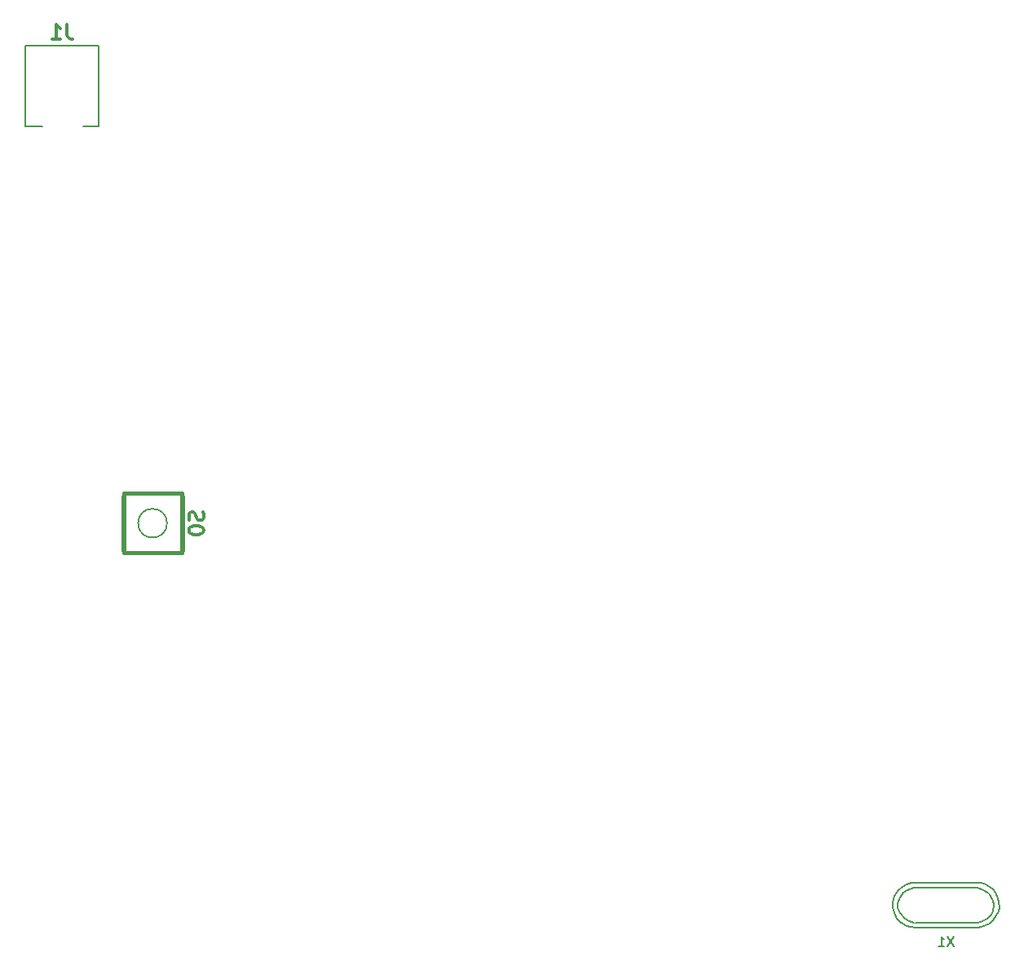
<source format=gbo>
G04 #@! TF.FileFunction,Legend,Bot*
%FSLAX46Y46*%
G04 Gerber Fmt 4.6, Leading zero omitted, Abs format (unit mm)*
G04 Created by KiCad (PCBNEW 4.0.2-stable) date Tuesday, August 23, 2016 'AMt' 01:09:47 AM*
%MOMM*%
G01*
G04 APERTURE LIST*
%ADD10C,0.020000*%
%ADD11C,0.200660*%
%ADD12C,0.381000*%
%ADD13C,0.150000*%
%ADD14C,0.304800*%
G04 APERTURE END LIST*
D10*
D11*
X139725400Y-159359600D02*
X141376400Y-159359600D01*
X141376400Y-159359600D02*
X141376400Y-150977600D01*
X141376400Y-150977600D02*
X133756400Y-150977600D01*
X133756400Y-150977600D02*
X133756400Y-159359600D01*
X133756400Y-159359600D02*
X135534400Y-159359600D01*
X148465540Y-200609200D02*
G75*
G03X148465540Y-200609200I-1501140J0D01*
G01*
D12*
X143865600Y-203408280D02*
X143865600Y-197810120D01*
X150063200Y-203408280D02*
X150063200Y-197810120D01*
X149964140Y-203708000D02*
X149964140Y-197510400D01*
X149964140Y-197510400D02*
X143964660Y-197510400D01*
X143964660Y-197510400D02*
X143964660Y-203708000D01*
X143964660Y-203708000D02*
X149964140Y-203708000D01*
D13*
X234061000Y-241284760D02*
X234261660Y-240883440D01*
X234261660Y-240883440D02*
X234363260Y-240284000D01*
X234363260Y-240284000D02*
X234261660Y-239783620D01*
X234261660Y-239783620D02*
X233862880Y-239085120D01*
X233862880Y-239085120D02*
X233260900Y-238683800D01*
X233260900Y-238683800D02*
X232661460Y-238483140D01*
X232661460Y-238483140D02*
X226062540Y-238483140D01*
X226062540Y-238483140D02*
X225361500Y-238683800D01*
X225361500Y-238683800D02*
X224962720Y-238983520D01*
X224962720Y-238983520D02*
X224561400Y-239483900D01*
X224561400Y-239483900D02*
X224360740Y-240083340D01*
X224360740Y-240083340D02*
X224360740Y-240583720D01*
X224360740Y-240583720D02*
X224561400Y-241084100D01*
X224561400Y-241084100D02*
X225061780Y-241683540D01*
X225061780Y-241683540D02*
X225562160Y-241983260D01*
X225562160Y-241983260D02*
X226062540Y-242084860D01*
X226161600Y-242084860D02*
X232763060Y-242084860D01*
X232763060Y-242084860D02*
X233161840Y-241983260D01*
X233161840Y-241983260D02*
X233662220Y-241683540D01*
X233662220Y-241683540D02*
X234162600Y-241183160D01*
X226171760Y-242613180D02*
X225712020Y-242564920D01*
X225712020Y-242564920D02*
X225313240Y-242453160D01*
X225313240Y-242453160D02*
X224881440Y-242234720D01*
X224881440Y-242234720D02*
X224591880Y-242003580D01*
X224591880Y-242003580D02*
X224261680Y-241653060D01*
X224261680Y-241653060D02*
X223972120Y-241114580D01*
X223972120Y-241114580D02*
X223842580Y-240515140D01*
X223842580Y-240515140D02*
X223842580Y-240004600D01*
X223842580Y-240004600D02*
X224012760Y-239303560D01*
X224012760Y-239303560D02*
X224411540Y-238714280D01*
X224411540Y-238714280D02*
X224871280Y-238343440D01*
X224871280Y-238343440D02*
X225292920Y-238135160D01*
X225292920Y-238135160D02*
X225742500Y-237975140D01*
X225742500Y-237975140D02*
X226181920Y-237944660D01*
X233522520Y-238163100D02*
X233900980Y-238384080D01*
X233900980Y-238384080D02*
X234221020Y-238663480D01*
X234221020Y-238663480D02*
X234472480Y-238993680D01*
X234472480Y-238993680D02*
X234772200Y-239544860D01*
X234772200Y-239544860D02*
X234881420Y-240014760D01*
X234881420Y-240014760D02*
X234901740Y-240474500D01*
X234901740Y-240474500D02*
X234812840Y-240934240D01*
X234812840Y-240934240D02*
X234622340Y-241383820D01*
X234622340Y-241383820D02*
X234261660Y-241853720D01*
X234261660Y-241853720D02*
X233911140Y-242173760D01*
X233911140Y-242173760D02*
X233522520Y-242404900D01*
X233522520Y-242404900D02*
X233093260Y-242544600D01*
X233093260Y-242544600D02*
X232651300Y-242613180D01*
X226161600Y-237954820D02*
X232613200Y-237954820D01*
X232613200Y-237954820D02*
X233032300Y-237992920D01*
X233032300Y-237992920D02*
X233522520Y-238163100D01*
X226161600Y-242613180D02*
X232613200Y-242613180D01*
D14*
X138074400Y-148800029D02*
X138074400Y-149888600D01*
X138146972Y-150106314D01*
X138292115Y-150251457D01*
X138509829Y-150324029D01*
X138654972Y-150324029D01*
X136550400Y-150324029D02*
X137421257Y-150324029D01*
X136985829Y-150324029D02*
X136985829Y-148800029D01*
X137130972Y-149017743D01*
X137276114Y-149162886D01*
X137421257Y-149235457D01*
X152181257Y-199448057D02*
X152253829Y-199665771D01*
X152253829Y-200028628D01*
X152181257Y-200173771D01*
X152108686Y-200246342D01*
X151963543Y-200318914D01*
X151818400Y-200318914D01*
X151673257Y-200246342D01*
X151600686Y-200173771D01*
X151528114Y-200028628D01*
X151455543Y-199738342D01*
X151382971Y-199593200D01*
X151310400Y-199520628D01*
X151165257Y-199448057D01*
X151020114Y-199448057D01*
X150874971Y-199520628D01*
X150802400Y-199593200D01*
X150729829Y-199738342D01*
X150729829Y-200101200D01*
X150802400Y-200318914D01*
X150729829Y-201262343D02*
X150729829Y-201407486D01*
X150802400Y-201552629D01*
X150874971Y-201625200D01*
X151020114Y-201697771D01*
X151310400Y-201770343D01*
X151673257Y-201770343D01*
X151963543Y-201697771D01*
X152108686Y-201625200D01*
X152181257Y-201552629D01*
X152253829Y-201407486D01*
X152253829Y-201262343D01*
X152181257Y-201117200D01*
X152108686Y-201044629D01*
X151963543Y-200972057D01*
X151673257Y-200899486D01*
X151310400Y-200899486D01*
X151020114Y-200972057D01*
X150874971Y-201044629D01*
X150802400Y-201117200D01*
X150729829Y-201262343D01*
D13*
X230171524Y-243546381D02*
X229504857Y-244546381D01*
X229504857Y-243546381D02*
X230171524Y-244546381D01*
X228600095Y-244546381D02*
X229171524Y-244546381D01*
X228885810Y-244546381D02*
X228885810Y-243546381D01*
X228981048Y-243689238D01*
X229076286Y-243784476D01*
X229171524Y-243832095D01*
M02*

</source>
